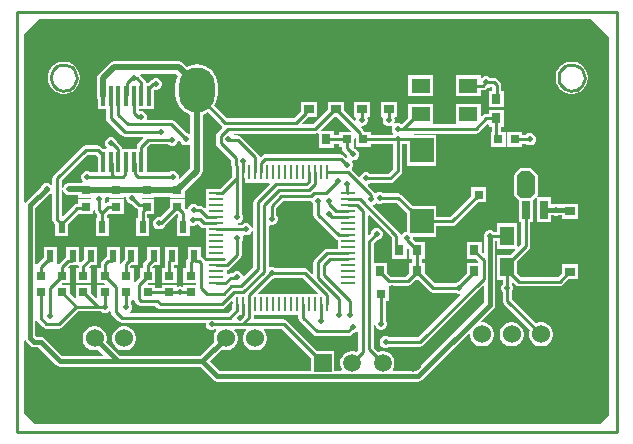
<source format=gtl>
G04*
G04 #@! TF.GenerationSoftware,Altium Limited,Altium Designer,21.8.1 (53)*
G04*
G04 Layer_Physical_Order=1*
G04 Layer_Color=255*
%FSLAX25Y25*%
%MOIN*%
G70*
G04*
G04 #@! TF.SameCoordinates,187DA05A-B4E4-4C7B-AEA6-211E795FDF11*
G04*
G04*
G04 #@! TF.FilePolarity,Positive*
G04*
G01*
G75*
%ADD11C,0.01000*%
%ADD18R,0.06299X0.04724*%
%ADD19R,0.07874X0.08268*%
%ADD20R,0.05000X0.01000*%
%ADD21R,0.01000X0.05000*%
%ADD22R,0.03543X0.03150*%
%ADD23R,0.04724X0.06496*%
%ADD24R,0.02646X0.06201*%
%ADD25R,0.03000X0.03000*%
%ADD26R,0.03000X0.03000*%
%ADD27R,0.03150X0.03543*%
%ADD28R,0.01575X0.06693*%
%ADD29R,0.02362X0.04213*%
%ADD30R,0.03347X0.02756*%
%ADD51C,0.02000*%
%ADD52C,0.01500*%
%ADD53C,0.06000*%
%ADD54R,0.06000X0.06000*%
%ADD55R,0.06000X0.05906*%
%ADD56R,0.05905X0.05905*%
%ADD57C,0.05906*%
%ADD58O,0.12000X0.15000*%
%ADD59C,0.02000*%
G36*
X53823Y118793D02*
X53501Y118192D01*
X53101Y116872D01*
X52966Y115500D01*
Y112500D01*
X53101Y111128D01*
X53501Y109808D01*
X54151Y108592D01*
X55026Y107526D01*
X56092Y106651D01*
X57308Y106001D01*
X57961Y105804D01*
Y99521D01*
X57461Y99267D01*
X56898Y99500D01*
X56663D01*
X52581Y103581D01*
X52085Y103913D01*
X51500Y104029D01*
X43713D01*
X43435Y104445D01*
X43500Y104602D01*
Y105398D01*
X43196Y106133D01*
X42633Y106695D01*
X41898Y107000D01*
X41238D01*
X40942Y107305D01*
X40869Y107445D01*
X40947Y107677D01*
X42389D01*
Y107677D01*
X45964D01*
Y113908D01*
X46102Y114000D01*
X46898D01*
X47633Y114304D01*
X48195Y114867D01*
X48500Y115602D01*
Y116398D01*
X48195Y117133D01*
X47633Y117695D01*
X46898Y118000D01*
X46102D01*
X45367Y117695D01*
X45103Y117432D01*
X45009Y117413D01*
X44512Y117081D01*
X43875Y116444D01*
X43637Y116407D01*
X43384Y116394D01*
X43077Y116733D01*
X43031Y116968D01*
X42699Y117464D01*
X41202Y118961D01*
X41364Y119437D01*
X41383Y119461D01*
X53155D01*
X53823Y118793D01*
D02*
G37*
G36*
X111504Y100462D02*
X111312Y100000D01*
X107500D01*
Y99029D01*
X105865D01*
Y100272D01*
X101626D01*
X101435Y100734D01*
X105823Y105122D01*
X106844D01*
X111504Y100462D01*
D02*
G37*
G36*
X54569Y96935D02*
X54804Y96367D01*
X55367Y95805D01*
X56102Y95500D01*
X56898D01*
X57461Y95733D01*
X57961Y95479D01*
Y87845D01*
X54416Y84300D01*
X53992Y84583D01*
X54000Y84602D01*
Y85398D01*
X53695Y86133D01*
X53133Y86695D01*
X52398Y87000D01*
X51602D01*
X50867Y86695D01*
X50701Y86529D01*
X43406D01*
Y94322D01*
X43406D01*
X43462Y94799D01*
X44555Y95893D01*
X50623D01*
X50789Y95726D01*
X51524Y95422D01*
X52320D01*
X53055Y95726D01*
X53617Y96289D01*
X53835Y96814D01*
X54330Y97024D01*
X54422Y97024D01*
X54569Y96935D01*
D02*
G37*
G36*
X197500Y131500D02*
Y5500D01*
X194500Y2500D01*
X6000D01*
X2500Y6000D01*
Y30408D01*
X3000Y30560D01*
X3238Y30203D01*
X4703Y28738D01*
X4703Y28738D01*
X5282Y28352D01*
X5965Y28216D01*
X7297D01*
X13274Y22238D01*
X13853Y21851D01*
X14536Y21716D01*
X14536Y21716D01*
X33689D01*
X33689Y21716D01*
X33689Y21716D01*
X61230D01*
X65660Y17285D01*
X66239Y16898D01*
X66922Y16763D01*
X66922Y16763D01*
X133850D01*
X134532Y16898D01*
X135111Y17285D01*
X150657Y32832D01*
X151157Y32625D01*
Y31973D01*
X151430Y30956D01*
X151957Y30044D01*
X152701Y29299D01*
X153613Y28773D01*
X154631Y28500D01*
X155684D01*
X156701Y28773D01*
X157614Y29299D01*
X158358Y30044D01*
X158885Y30956D01*
X159158Y31973D01*
Y33027D01*
X158885Y34044D01*
X158358Y34956D01*
X157614Y35701D01*
X156701Y36227D01*
X155684Y36500D01*
X155033D01*
X154826Y37000D01*
X159011Y41185D01*
X159011Y41185D01*
X159398Y41764D01*
X159534Y42447D01*
Y63721D01*
X160226D01*
Y61003D01*
X166013D01*
X166204Y60541D01*
X164788Y59125D01*
X160226D01*
Y50629D01*
X162059D01*
Y49388D01*
X161804Y49133D01*
X161500Y48398D01*
Y47602D01*
X161804Y46867D01*
X162059Y46612D01*
Y43754D01*
X162176Y43169D01*
X162507Y42673D01*
X171123Y34057D01*
X171115Y34044D01*
X170843Y33027D01*
Y31973D01*
X171115Y30956D01*
X171642Y30044D01*
X172387Y29299D01*
X173299Y28773D01*
X174316Y28500D01*
X175369D01*
X176386Y28773D01*
X177299Y29299D01*
X178043Y30044D01*
X178570Y30956D01*
X178842Y31973D01*
Y33027D01*
X178570Y34044D01*
X178043Y34956D01*
X177299Y35701D01*
X176386Y36227D01*
X175369Y36500D01*
X174316D01*
X173299Y36227D01*
X173285Y36220D01*
X165118Y44387D01*
Y46790D01*
X165196Y46867D01*
X165500Y47602D01*
Y48398D01*
X165196Y49133D01*
X165145Y49183D01*
X165186Y49580D01*
X165653Y49764D01*
X166369Y49047D01*
X166866Y48716D01*
X167451Y48599D01*
X181013D01*
X181598Y48716D01*
X182094Y49047D01*
X183891Y50844D01*
X187272D01*
Y55994D01*
X181728D01*
Y53007D01*
X180379Y51658D01*
X168084D01*
X166951Y52792D01*
Y56962D01*
X170827Y60839D01*
X171159Y61335D01*
X171275Y61920D01*
Y69974D01*
X172069D01*
Y77295D01*
X172829Y78056D01*
X173329Y77849D01*
X173329Y77848D01*
X173329Y77810D01*
Y69974D01*
X177975D01*
Y72290D01*
X178870D01*
X179391Y72075D01*
X180187D01*
X180707Y72290D01*
X181728D01*
Y70925D01*
X187272D01*
Y76075D01*
X181728D01*
Y75859D01*
X180707D01*
X180187Y76075D01*
X179391D01*
X178870Y75859D01*
X177975D01*
Y78175D01*
X173656Y78175D01*
X173656Y78175D01*
X173637Y78221D01*
X173449Y78675D01*
X173467Y78693D01*
X173688Y79024D01*
X173766Y79414D01*
Y85414D01*
X173688Y85805D01*
X173467Y86135D01*
X171967Y87635D01*
X171636Y87856D01*
X171246Y87934D01*
X168246D01*
X167856Y87856D01*
X167525Y87635D01*
X166025Y86135D01*
X165804Y85805D01*
X165726Y85414D01*
Y79414D01*
X165804Y79024D01*
X166025Y78693D01*
X167423Y77295D01*
Y69974D01*
X168217D01*
Y62554D01*
X167413Y61750D01*
X166951Y61941D01*
Y69499D01*
X160226D01*
Y66780D01*
X159048D01*
X158882Y66946D01*
X158147Y67251D01*
X157351D01*
X156616Y66946D01*
X156054Y66384D01*
X155749Y65649D01*
Y64853D01*
X155965Y64332D01*
Y59736D01*
X155503Y59544D01*
X155156Y59891D01*
Y63272D01*
X150006D01*
Y57728D01*
X152993D01*
X153950Y56772D01*
X153743Y56272D01*
X150006D01*
Y52891D01*
X147115Y50000D01*
X147102D01*
X146367Y49696D01*
X146201Y49529D01*
X139437D01*
X136075Y52891D01*
Y56272D01*
X135029D01*
Y57728D01*
X136075D01*
Y63272D01*
X133088D01*
X132000Y64360D01*
Y64898D01*
X132105Y65055D01*
X139937D01*
Y68660D01*
X145189D01*
X145774Y68776D01*
X146270Y69108D01*
X153663Y76500D01*
X156500D01*
Y81500D01*
X151500D01*
Y78663D01*
X144555Y71718D01*
X139937D01*
Y75323D01*
X132029D01*
X128270Y79081D01*
X127774Y79413D01*
X127189Y79529D01*
X122299D01*
X122133Y79695D01*
X121398Y80000D01*
X120602D01*
X119884Y79703D01*
X119826Y79685D01*
X119264Y79799D01*
X119064Y80099D01*
X117114Y82048D01*
X117232Y82638D01*
X117633Y82805D01*
X117799Y82971D01*
X124500D01*
X125085Y83087D01*
X125581Y83419D01*
X128081Y85919D01*
X128413Y86415D01*
X128529Y87000D01*
Y95971D01*
X130063D01*
Y88677D01*
X139937D01*
Y98945D01*
X132303D01*
X132278Y98971D01*
X132487Y99471D01*
X153133D01*
X153718Y99587D01*
X154215Y99919D01*
X156844Y102548D01*
X157344Y102341D01*
Y101728D01*
X158389D01*
Y100000D01*
X158000D01*
Y95000D01*
X163000D01*
Y100000D01*
X161448D01*
Y101728D01*
X162494D01*
Y107272D01*
X157344D01*
Y106029D01*
X156633D01*
X156048Y105913D01*
X155552Y105581D01*
X155112Y105141D01*
X154650Y105333D01*
Y109362D01*
X146350D01*
Y102638D01*
X145895Y102529D01*
X139357D01*
X138902Y102638D01*
Y109362D01*
X130602D01*
Y104801D01*
X128331Y102529D01*
X128299D01*
X128133Y102696D01*
X127398Y103000D01*
X126602D01*
X126227Y102845D01*
X125845Y103227D01*
X126000Y103602D01*
Y104398D01*
X125872Y104706D01*
X126150Y105122D01*
X126673D01*
Y109878D01*
X121327D01*
Y105122D01*
X121850D01*
X122128Y104706D01*
X122000Y104398D01*
Y103602D01*
X122304Y102867D01*
X122867Y102304D01*
X123602Y102000D01*
X124398D01*
X124773Y102155D01*
X125155Y101772D01*
X125000Y101398D01*
Y100602D01*
X125304Y99867D01*
X125595Y99577D01*
X125637Y99517D01*
X125435Y99029D01*
X118000D01*
Y100000D01*
X115955D01*
X115913Y100214D01*
X115581Y100710D01*
X114792Y101500D01*
X114999Y102000D01*
X115398D01*
X116133Y102304D01*
X116695Y102867D01*
X117000Y103602D01*
Y104398D01*
X116872Y104706D01*
X117150Y105122D01*
X117840D01*
Y109878D01*
X112493D01*
Y105122D01*
X112850D01*
X113128Y104706D01*
X113000Y104398D01*
Y103999D01*
X112500Y103791D01*
X109007Y107285D01*
Y109878D01*
X103660D01*
Y107285D01*
X98905Y102529D01*
X95346D01*
X95154Y102991D01*
X97285Y105122D01*
X100173D01*
Y109878D01*
X94827D01*
Y106990D01*
X92366Y104529D01*
X70134D01*
X65926Y108737D01*
X66499Y109808D01*
X66899Y111128D01*
X67034Y112500D01*
Y115500D01*
X66899Y116872D01*
X66499Y118192D01*
X65848Y119408D01*
X64974Y120474D01*
X63908Y121349D01*
X62692Y121999D01*
X61372Y122399D01*
X60000Y122534D01*
X58628Y122399D01*
X57308Y121999D01*
X56707Y121677D01*
X55442Y122942D01*
X54780Y123384D01*
X54000Y123539D01*
X32500D01*
X31720Y123384D01*
X31058Y122942D01*
X27381Y119265D01*
X26939Y118603D01*
X26783Y117823D01*
Y112024D01*
X26939Y111244D01*
X27035Y111099D01*
Y107678D01*
X29594D01*
Y107678D01*
X29852D01*
Y104618D01*
X29969Y104033D01*
X30300Y103537D01*
X34919Y98919D01*
X35415Y98587D01*
X36000Y98471D01*
X42154D01*
X42346Y98009D01*
X40537Y96200D01*
X40205Y95704D01*
X40089Y95118D01*
Y94322D01*
X38288D01*
Y94323D01*
X35729D01*
Y94323D01*
X35349D01*
X35268Y94730D01*
X34936Y95226D01*
X34150Y96013D01*
X34035Y96090D01*
X33475Y96650D01*
X33195Y97324D01*
X32633Y97887D01*
X31898Y98191D01*
X31102D01*
X30367Y97887D01*
X29805Y97324D01*
X29500Y96589D01*
Y95793D01*
X29805Y95058D01*
X30040Y94823D01*
X29833Y94323D01*
X28840D01*
X28081Y95081D01*
X27585Y95413D01*
X27000Y95529D01*
X23000D01*
X22415Y95413D01*
X21919Y95081D01*
X12419Y85581D01*
X12087Y85085D01*
X11971Y84500D01*
Y82565D01*
X11471Y82358D01*
X11133Y82696D01*
X10398Y83000D01*
X9602D01*
X8867Y82696D01*
X8304Y82133D01*
X8089Y81612D01*
X3238Y76762D01*
X3000Y76405D01*
X2500Y76557D01*
Y132500D01*
X7500Y137500D01*
X191500D01*
X197500Y131500D01*
D02*
G37*
G36*
X100716Y99382D02*
Y94728D01*
X105865D01*
Y95971D01*
X107500D01*
Y95000D01*
X108471D01*
Y94500D01*
X108587Y93915D01*
X108919Y93419D01*
X110000Y92337D01*
Y92102D01*
X110164Y91706D01*
X109740Y91423D01*
X109081Y92081D01*
X108585Y92413D01*
X108000Y92529D01*
X82879D01*
X82293Y92413D01*
X81797Y92081D01*
X81485Y91770D01*
X80943Y91934D01*
X80913Y92085D01*
X80581Y92581D01*
X74773Y98390D01*
X74277Y98722D01*
X73691Y98838D01*
X72344D01*
X72256Y98971D01*
X72523Y99471D01*
X99538D01*
X100123Y99587D01*
X100216Y99649D01*
X100716Y99382D01*
D02*
G37*
G36*
X27036Y91801D02*
Y86659D01*
X24669D01*
X24633Y86695D01*
X23898Y87000D01*
X23102D01*
X22367Y86695D01*
X21804Y86133D01*
X21500Y85398D01*
Y84602D01*
X21804Y83867D01*
X22132Y83539D01*
X21925Y83039D01*
X17500D01*
X17303Y83000D01*
X17102D01*
X16917Y82923D01*
X16720Y82884D01*
X16553Y82772D01*
X16367Y82696D01*
X16225Y82553D01*
X16058Y82442D01*
X15947Y82275D01*
X15804Y82133D01*
X15728Y81947D01*
X15616Y81780D01*
X15577Y81583D01*
X15500Y81398D01*
X15029Y81469D01*
Y83867D01*
X23633Y92471D01*
X26366D01*
X27036Y91801D01*
D02*
G37*
G36*
X113000Y95000D02*
X118000D01*
Y95971D01*
X125471D01*
Y87634D01*
X123866Y86029D01*
X117799D01*
X117633Y86195D01*
X116898Y86500D01*
X116102D01*
X115367Y86195D01*
X114804Y85633D01*
X114638Y85232D01*
X114049Y85114D01*
X111849Y87314D01*
X111696Y87867D01*
X112000Y88602D01*
Y89398D01*
X111751Y90000D01*
X111928Y90384D01*
X112036Y90500D01*
X112398D01*
X113133Y90804D01*
X113696Y91367D01*
X114000Y92102D01*
Y92898D01*
X113696Y93633D01*
X113133Y94195D01*
X112613Y94411D01*
X112551Y94521D01*
X112500Y95000D01*
X112500D01*
Y97758D01*
X113000Y97980D01*
Y95000D01*
D02*
G37*
G36*
X76000Y84676D02*
Y83000D01*
X84184D01*
X84375Y82538D01*
X79419Y77581D01*
X79087Y77085D01*
X78971Y76500D01*
Y67969D01*
X78500Y67898D01*
X78196Y68633D01*
X77633Y69195D01*
X76898Y69500D01*
X76102D01*
X75367Y69195D01*
X75201Y69029D01*
X73969D01*
X73898Y69500D01*
X74633Y69805D01*
X75195Y70367D01*
X75500Y71102D01*
Y71898D01*
X75195Y72633D01*
X75029Y72799D01*
Y84670D01*
X75416Y84987D01*
X75500Y84971D01*
X75613Y84993D01*
X76000Y84676D01*
D02*
G37*
G36*
X68419Y101919D02*
X68571Y101816D01*
X68620Y101319D01*
X66919Y99617D01*
X66587Y99121D01*
X66471Y98536D01*
Y96268D01*
X66587Y95683D01*
X66919Y95186D01*
X71556Y90548D01*
Y88914D01*
X71673Y88329D01*
X71971Y87883D01*
Y85133D01*
X67866Y81029D01*
X66500D01*
X66352Y81000D01*
X63000D01*
Y78000D01*
Y74695D01*
X62538Y74503D01*
X62151Y74890D01*
X61655Y75222D01*
X61070Y75338D01*
X60490D01*
X60133Y75696D01*
X59398Y76000D01*
X58602D01*
X57867Y75696D01*
X57305Y75133D01*
X57000Y74398D01*
Y74355D01*
X56818Y74236D01*
X56500Y74163D01*
X56000Y74663D01*
Y77500D01*
X51000D01*
Y74663D01*
X47837Y71500D01*
X47102D01*
X46367Y71196D01*
X45805Y70633D01*
X45500Y69898D01*
Y69102D01*
X45805Y68367D01*
X46367Y67804D01*
X47102Y67500D01*
X47898D01*
X48633Y67804D01*
X49196Y68367D01*
X49313Y68650D01*
X53163Y72500D01*
X53837D01*
X53971Y72366D01*
Y71469D01*
X53319D01*
Y65256D01*
X57681D01*
Y68553D01*
X58097Y68831D01*
X58334Y68732D01*
X59130D01*
X59865Y69037D01*
X60223Y69394D01*
X60493D01*
X61469Y68419D01*
X61965Y68087D01*
X62550Y67971D01*
X63000D01*
Y66000D01*
Y62000D01*
Y58000D01*
X69630D01*
X69837Y57500D01*
X69367Y57029D01*
X66500D01*
X66352Y57000D01*
X63000D01*
X62687Y57370D01*
X62581Y57528D01*
X61996Y58113D01*
X61500Y58445D01*
X61421Y58460D01*
Y61745D01*
X57059D01*
Y57695D01*
X56919Y57554D01*
X56587Y57058D01*
X56471Y56473D01*
Y54500D01*
X55500D01*
Y49500D01*
X59971D01*
Y49000D01*
X55500D01*
Y48701D01*
X55084Y48423D01*
X54898Y48500D01*
X54102D01*
X53857Y48399D01*
X53357Y48733D01*
Y49000D01*
X48357D01*
Y48029D01*
X46214D01*
Y49000D01*
X44061D01*
X43825Y49441D01*
X43865Y49500D01*
X46214D01*
Y54500D01*
X45244D01*
Y55054D01*
X45722Y55532D01*
X47921D01*
Y61745D01*
X43559D01*
Y57695D01*
X42633Y56769D01*
X42301Y56272D01*
X42185Y55687D01*
Y54500D01*
X41214D01*
Y51663D01*
X39633Y50081D01*
X39571Y49990D01*
X39071Y50141D01*
Y54500D01*
X37969D01*
Y55259D01*
X38242Y55532D01*
X40441D01*
Y61745D01*
X36079D01*
Y57695D01*
X35358Y56974D01*
X35026Y56478D01*
X34921Y55950D01*
X34421Y55999D01*
Y61745D01*
X30059D01*
Y58447D01*
X30049Y58445D01*
X29553Y58113D01*
X28488Y57049D01*
X28157Y56553D01*
X28040Y55968D01*
Y54500D01*
X26929D01*
Y49500D01*
X29278D01*
X29318Y49441D01*
X29082Y49000D01*
X26929D01*
Y44673D01*
X26467Y44482D01*
X24786Y46163D01*
Y49000D01*
X19786D01*
Y44673D01*
X19324Y44482D01*
X17643Y46163D01*
Y49000D01*
X15489D01*
X15254Y49441D01*
X15293Y49500D01*
X17643D01*
Y54500D01*
X17459D01*
X17268Y54962D01*
X17808Y55503D01*
X18059D01*
X18207Y55532D01*
X20516D01*
X20756Y55239D01*
Y54500D01*
X19786D01*
Y49500D01*
X24786D01*
Y54500D01*
X24417D01*
X24210Y55000D01*
X24742Y55532D01*
X26941D01*
Y61745D01*
X22579D01*
Y57695D01*
X21421Y56537D01*
X20921Y56745D01*
Y61745D01*
X16559D01*
Y58425D01*
X16093Y58113D01*
X14061Y56081D01*
X13941Y55901D01*
X13441Y56053D01*
Y61745D01*
X9079D01*
Y58199D01*
X8951Y58113D01*
X6919Y56081D01*
X6784Y55880D01*
X6284Y56032D01*
Y74761D01*
X10612Y79089D01*
X11133Y79304D01*
X11471Y79642D01*
X11971Y79435D01*
Y70788D01*
X12087Y70203D01*
X12419Y69706D01*
X12819Y69306D01*
Y65256D01*
X17181D01*
Y69306D01*
X20117Y72242D01*
X20500Y72500D01*
Y72500D01*
X20500Y72500D01*
X25500D01*
Y73803D01*
X26000Y73852D01*
X26087Y73415D01*
X26419Y72919D01*
X26971Y72366D01*
Y71469D01*
X26319D01*
Y65256D01*
X30681D01*
Y71469D01*
X30029D01*
Y72275D01*
X30434Y72596D01*
X30667Y72500D01*
Y72500D01*
X35667D01*
Y77500D01*
X30667D01*
Y76529D01*
X30500D01*
X29915Y76413D01*
X29695Y76266D01*
X29291Y76597D01*
X29500Y77102D01*
Y77898D01*
X29439Y78045D01*
X29717Y78461D01*
X30667D01*
Y78000D01*
X35667D01*
Y78461D01*
X36458D01*
X36500Y78398D01*
Y77602D01*
X36805Y76867D01*
X37367Y76305D01*
X38102Y76000D01*
X38337D01*
X39838Y74499D01*
X40334Y74168D01*
X40561Y74123D01*
X40471Y73667D01*
Y71469D01*
X39819D01*
Y65256D01*
X44181D01*
Y71469D01*
X43529D01*
Y72500D01*
X45833D01*
Y77500D01*
X41613D01*
X41880Y78000D01*
X45833D01*
Y78461D01*
X51000D01*
Y78000D01*
X56000D01*
Y80116D01*
X61442Y85558D01*
X61884Y86220D01*
X62039Y87000D01*
X62039Y87000D01*
Y105804D01*
X62692Y106001D01*
X63763Y106574D01*
X68419Y101919D01*
D02*
G37*
G36*
X172746Y85414D02*
Y79414D01*
X171246Y77914D01*
X168246D01*
X166746Y79414D01*
Y85414D01*
X168246Y86914D01*
X171246D01*
X172746Y85414D01*
D02*
G37*
G36*
X130063Y72963D02*
Y66500D01*
X129602D01*
X128867Y66195D01*
X128474Y65803D01*
X127935Y65949D01*
X127919Y66029D01*
X127588Y66525D01*
X118871Y75242D01*
X118968Y75732D01*
X119125Y75797D01*
X119688Y76360D01*
X120157Y76184D01*
X120602Y76000D01*
X121398D01*
X122133Y76305D01*
X122299Y76471D01*
X126556D01*
X130063Y72963D01*
D02*
G37*
G36*
X15577Y80417D02*
X15616Y80220D01*
X15728Y80053D01*
X15804Y79867D01*
X15947Y79725D01*
X16058Y79558D01*
X16225Y79447D01*
X16367Y79304D01*
X16553Y79228D01*
X16720Y79116D01*
X16917Y79077D01*
X17102Y79000D01*
X17303D01*
X17500Y78961D01*
X20500D01*
Y78000D01*
X24664D01*
X24997Y77628D01*
X24983Y77500D01*
X20500D01*
Y76029D01*
X20212D01*
X19627Y75913D01*
X19131Y75581D01*
X15491Y71942D01*
X15029Y72133D01*
Y80531D01*
X15500Y80602D01*
X15577Y80417D01*
D02*
G37*
G36*
X98500Y76789D02*
Y76602D01*
X98804Y75867D01*
X98971Y75701D01*
Y72379D01*
X99087Y71793D01*
X99419Y71297D01*
X106297Y64419D01*
X106793Y64087D01*
X107000Y64046D01*
Y61029D01*
X103500D01*
X102915Y60913D01*
X102419Y60581D01*
X99419Y57581D01*
X99087Y57085D01*
X98971Y56500D01*
Y52967D01*
X98509Y52776D01*
X97203Y54081D01*
X96707Y54413D01*
X96121Y54529D01*
X86299D01*
X86133Y54695D01*
X85398Y55000D01*
X84602D01*
X84445Y54935D01*
X84029Y55213D01*
Y68787D01*
X84445Y69065D01*
X84602Y69000D01*
X85398D01*
X86133Y69305D01*
X86695Y69867D01*
X87000Y70602D01*
Y71398D01*
X86695Y72133D01*
X86529Y72299D01*
Y74710D01*
X88790Y76971D01*
X98278D01*
X98500Y76789D01*
D02*
G37*
G36*
X78971Y67031D02*
Y54912D01*
X75962Y51903D01*
X75427Y52075D01*
X75195Y52633D01*
X74633Y53196D01*
X73898Y53500D01*
X73102D01*
X72367Y53196D01*
X72010Y52838D01*
X71430D01*
X70845Y52722D01*
X70500Y52491D01*
X70000Y52700D01*
Y53971D01*
X70585Y54087D01*
X71081Y54419D01*
X74581Y57919D01*
X74913Y58415D01*
X75029Y59000D01*
Y63201D01*
X75195Y63367D01*
X75500Y64102D01*
Y64898D01*
X75345Y65272D01*
X75727Y65655D01*
X76102Y65500D01*
X76898D01*
X77633Y65804D01*
X78196Y66367D01*
X78500Y67102D01*
X78971Y67031D01*
D02*
G37*
G36*
X124977Y64810D02*
Y61575D01*
X125006Y61427D01*
Y57728D01*
X130156D01*
Y61120D01*
X130616Y61321D01*
X130925Y61070D01*
Y57728D01*
X131971D01*
Y56272D01*
X130925D01*
Y52891D01*
X129792Y51758D01*
X124708D01*
X123575Y52891D01*
Y56272D01*
X119029D01*
Y62866D01*
X120163Y64000D01*
X120398D01*
X121133Y64305D01*
X121695Y64867D01*
X122000Y65602D01*
Y66398D01*
X121695Y67133D01*
X121133Y67695D01*
X120398Y68000D01*
X119602D01*
X118867Y67695D01*
X118305Y67133D01*
X118000Y66398D01*
Y66163D01*
X117491Y65654D01*
X117029Y65846D01*
Y72104D01*
X117491Y72295D01*
X124977Y64810D01*
D02*
G37*
G36*
X100496Y46462D02*
X100305Y46000D01*
X80695D01*
X80503Y46462D01*
X85042Y51000D01*
X85398D01*
X86133Y51305D01*
X86299Y51471D01*
X95488D01*
X100496Y46462D01*
D02*
G37*
G36*
X39071Y44000D02*
X39405Y43638D01*
X39633Y43297D01*
X40512Y42419D01*
X41008Y42087D01*
X41593Y41971D01*
X45836D01*
X46278Y42059D01*
X46919Y41419D01*
X47415Y41087D01*
X48000Y40971D01*
X68379D01*
X68964Y41087D01*
X69460Y41419D01*
X71538Y43497D01*
X72000Y43305D01*
Y42648D01*
X71971Y42500D01*
Y41133D01*
X70367Y39529D01*
X38065D01*
X37858Y40029D01*
X38195Y40367D01*
X38500Y41102D01*
Y41898D01*
X38195Y42633D01*
X38029Y42799D01*
Y43646D01*
X38383Y44000D01*
X39071Y44000D01*
D02*
G37*
G36*
X28367Y39805D02*
X29102Y39500D01*
X29898D01*
X30633Y39805D01*
X30971Y40142D01*
X31324Y40042D01*
X31481Y39946D01*
X31587Y39415D01*
X31919Y38919D01*
X33919Y36919D01*
X34415Y36587D01*
X35000Y36471D01*
X62951D01*
X63000Y36398D01*
Y35602D01*
X63305Y34867D01*
X63867Y34304D01*
X64602Y34000D01*
X65398D01*
X66133Y34304D01*
X66366Y34261D01*
X66533Y33721D01*
X66457Y33645D01*
X65930Y32733D01*
X65658Y31715D01*
Y30662D01*
X65858Y29913D01*
X61230Y25284D01*
X34428D01*
X29799Y29913D01*
X30000Y30662D01*
Y31715D01*
X29727Y32733D01*
X29201Y33645D01*
X28456Y34389D01*
X27544Y34916D01*
X26527Y35189D01*
X25473D01*
X24456Y34916D01*
X23544Y34389D01*
X22799Y33645D01*
X22273Y32733D01*
X22000Y31715D01*
Y30662D01*
X22273Y29645D01*
X22799Y28733D01*
X23544Y27988D01*
X24456Y27461D01*
X25473Y27189D01*
X26527D01*
X27276Y27389D01*
X28919Y25746D01*
X28728Y25284D01*
X15275D01*
X9297Y31262D01*
X8718Y31648D01*
X8036Y31784D01*
X6703D01*
X6284Y32204D01*
Y36932D01*
X6784Y37084D01*
X6919Y36883D01*
X8883Y34919D01*
X9379Y34587D01*
X9965Y34471D01*
X14260D01*
X14845Y34587D01*
X15342Y34919D01*
X20585Y40162D01*
X28010D01*
X28367Y39805D01*
D02*
G37*
G36*
X137722Y46919D02*
X138218Y46587D01*
X138803Y46471D01*
X146201D01*
X146367Y46305D01*
X147102Y46000D01*
X147679D01*
X147886Y45500D01*
X133915Y31529D01*
X124299D01*
X124133Y31696D01*
X123398Y32000D01*
X122602D01*
X121867Y31696D01*
X121305Y31133D01*
X121000Y30398D01*
Y29602D01*
X121305Y28867D01*
X121867Y28304D01*
X122602Y28000D01*
X123398D01*
X124133Y28304D01*
X124299Y28471D01*
X134549D01*
X135134Y28587D01*
X135630Y28919D01*
X155503Y48791D01*
X155965Y48600D01*
Y43186D01*
X133110Y20331D01*
X125606D01*
X125317Y20831D01*
X125689Y21474D01*
X125958Y22480D01*
Y23520D01*
X125689Y24526D01*
X125168Y25427D01*
X124432Y26163D01*
X123531Y26684D01*
X122525Y26953D01*
X121485D01*
X120483Y26685D01*
X119029Y28139D01*
Y35531D01*
X119500Y35602D01*
X119805Y34867D01*
X120367Y34304D01*
X121102Y34000D01*
X121898D01*
X122633Y34304D01*
X123196Y34867D01*
X123500Y35602D01*
Y36398D01*
X123196Y37133D01*
X123029Y37299D01*
Y43500D01*
X124000D01*
Y48213D01*
X124048Y48523D01*
X124418Y48699D01*
X130425D01*
X131010Y48815D01*
X131507Y49147D01*
X133088Y50728D01*
X133912D01*
X137722Y46919D01*
D02*
G37*
G36*
X98048Y24790D02*
Y20331D01*
X67661D01*
X64492Y23500D01*
X68382Y27389D01*
X69131Y27189D01*
X70184D01*
X71201Y27461D01*
X72114Y27988D01*
X72858Y28733D01*
X73385Y29645D01*
X73658Y30662D01*
Y31715D01*
X73385Y32733D01*
X72858Y33645D01*
X72532Y33971D01*
X72740Y34471D01*
X76418D01*
X76625Y33971D01*
X76299Y33645D01*
X75773Y32733D01*
X75500Y31715D01*
Y30662D01*
X75773Y29645D01*
X76299Y28733D01*
X77044Y27988D01*
X77956Y27461D01*
X78973Y27189D01*
X80027D01*
X81044Y27461D01*
X81956Y27988D01*
X82701Y28733D01*
X83227Y29645D01*
X83500Y30662D01*
Y31715D01*
X83227Y32733D01*
X82701Y33645D01*
X82375Y33971D01*
X82582Y34471D01*
X88367D01*
X98048Y24790D01*
D02*
G37*
G36*
X93971Y38000D02*
X94087Y37415D01*
X94419Y36919D01*
X98919Y32419D01*
X99415Y32087D01*
X100000Y31971D01*
X110500D01*
X111085Y32087D01*
X111581Y32419D01*
X112163Y33000D01*
X112398D01*
X113133Y33305D01*
X113471Y33642D01*
X113971Y33435D01*
Y27288D01*
X113367Y26685D01*
X112365Y26953D01*
X111325D01*
X110319Y26684D01*
X109418Y26163D01*
X108682Y25427D01*
X108161Y24526D01*
X107892Y23520D01*
Y22480D01*
X108161Y21474D01*
X108533Y20831D01*
X108244Y20331D01*
X105953D01*
Y26952D01*
X100210D01*
X90081Y37081D01*
X89585Y37413D01*
X89000Y37529D01*
X79412D01*
X79001Y38029D01*
X79029Y38172D01*
Y39000D01*
X93971D01*
Y38000D01*
D02*
G37*
%LPC*%
G36*
X185466Y123460D02*
X184613D01*
X184514Y123441D01*
X184414D01*
X183577Y123275D01*
X183484Y123236D01*
X183386Y123216D01*
X182598Y122890D01*
X182514Y122834D01*
X182422Y122796D01*
X181712Y122322D01*
X181641Y122251D01*
X181558Y122195D01*
X180955Y121592D01*
X180899Y121508D01*
X180828Y121437D01*
X180354Y120728D01*
X180315Y120635D01*
X180260Y120552D01*
X179933Y119764D01*
X179913Y119665D01*
X179875Y119572D01*
X179709Y118736D01*
Y118635D01*
X179689Y118537D01*
Y117684D01*
X179709Y117585D01*
Y117485D01*
X179875Y116648D01*
X179913Y116555D01*
X179933Y116457D01*
X180260Y115669D01*
X180315Y115585D01*
X180354Y115492D01*
X180828Y114783D01*
X180899Y114712D01*
X180955Y114629D01*
X181558Y114025D01*
X181641Y113970D01*
X181712Y113899D01*
X182422Y113425D01*
X182514Y113386D01*
X182598Y113330D01*
X183386Y113004D01*
X183484Y112984D01*
X183577Y112946D01*
X184414Y112779D01*
X184514D01*
X184613Y112760D01*
X185466D01*
X185564Y112779D01*
X185665D01*
X186502Y112946D01*
X186594Y112984D01*
X186693Y113004D01*
X187481Y113330D01*
X187564Y113386D01*
X187657Y113425D01*
X188366Y113899D01*
X188437Y113970D01*
X188521Y114025D01*
X189124Y114629D01*
X189180Y114712D01*
X189251Y114783D01*
X189725Y115492D01*
X189763Y115585D01*
X189819Y115669D01*
X190146Y116457D01*
X190165Y116555D01*
X190204Y116648D01*
X190370Y117485D01*
Y117585D01*
X190390Y117684D01*
Y118537D01*
X190370Y118635D01*
Y118736D01*
X190204Y119572D01*
X190165Y119665D01*
X190146Y119764D01*
X189819Y120552D01*
X189763Y120635D01*
X189725Y120728D01*
X189251Y121437D01*
X189180Y121508D01*
X189124Y121592D01*
X188521Y122195D01*
X188437Y122251D01*
X188366Y122322D01*
X187657Y122796D01*
X187564Y122834D01*
X187481Y122890D01*
X186693Y123216D01*
X186594Y123236D01*
X186502Y123275D01*
X185665Y123441D01*
X185564D01*
X185466Y123460D01*
D02*
G37*
G36*
X16175D02*
X15322D01*
X15223Y123441D01*
X15123D01*
X14286Y123275D01*
X14193Y123236D01*
X14095Y123216D01*
X13307Y122890D01*
X13223Y122834D01*
X13130Y122796D01*
X12421Y122322D01*
X12350Y122251D01*
X12266Y122195D01*
X11663Y121592D01*
X11607Y121508D01*
X11536Y121437D01*
X11062Y120728D01*
X11024Y120635D01*
X10968Y120552D01*
X10642Y119764D01*
X10622Y119665D01*
X10584Y119572D01*
X10417Y118736D01*
Y118635D01*
X10398Y118537D01*
Y117684D01*
X10417Y117585D01*
Y117485D01*
X10584Y116648D01*
X10622Y116555D01*
X10642Y116457D01*
X10968Y115669D01*
X11024Y115585D01*
X11062Y115492D01*
X11536Y114783D01*
X11607Y114712D01*
X11663Y114629D01*
X12266Y114025D01*
X12350Y113970D01*
X12421Y113899D01*
X13130Y113425D01*
X13223Y113386D01*
X13307Y113330D01*
X14095Y113004D01*
X14193Y112984D01*
X14286Y112946D01*
X15123Y112779D01*
X15223D01*
X15322Y112760D01*
X16175D01*
X16273Y112779D01*
X16374D01*
X17210Y112946D01*
X17303Y112984D01*
X17401Y113004D01*
X18190Y113330D01*
X18273Y113386D01*
X18366Y113425D01*
X19075Y113899D01*
X19146Y113970D01*
X19230Y114025D01*
X19833Y114629D01*
X19889Y114712D01*
X19960Y114783D01*
X20434Y115492D01*
X20472Y115585D01*
X20528Y115669D01*
X20854Y116457D01*
X20874Y116555D01*
X20912Y116648D01*
X21079Y117485D01*
Y117585D01*
X21098Y117684D01*
Y118537D01*
X21079Y118635D01*
Y118736D01*
X20912Y119572D01*
X20874Y119665D01*
X20854Y119764D01*
X20528Y120552D01*
X20472Y120635D01*
X20434Y120728D01*
X19960Y121437D01*
X19889Y121508D01*
X19833Y121592D01*
X19230Y122195D01*
X19146Y122251D01*
X19075Y122322D01*
X18366Y122796D01*
X18273Y122834D01*
X18190Y122890D01*
X17401Y123216D01*
X17303Y123236D01*
X17210Y123275D01*
X16374Y123441D01*
X16273D01*
X16175Y123460D01*
D02*
G37*
G36*
X138902Y118811D02*
X130602D01*
Y112087D01*
X138902D01*
Y118811D01*
D02*
G37*
G36*
X154650D02*
X146350D01*
Y112087D01*
X154650D01*
Y113919D01*
X155449D01*
X156034Y114036D01*
X156530Y114367D01*
X156663Y114500D01*
X156898D01*
X157633Y114804D01*
X157799Y114971D01*
X158367D01*
X158471Y114866D01*
Y113772D01*
X157396D01*
Y108228D01*
X162546D01*
Y113772D01*
X161529D01*
Y115500D01*
X161413Y116085D01*
X161081Y116581D01*
X160081Y117581D01*
X159585Y117913D01*
X159000Y118029D01*
X157799D01*
X157633Y118195D01*
X156898Y118500D01*
X156102D01*
X155367Y118195D01*
X155150Y117978D01*
X154650Y118185D01*
Y118811D01*
D02*
G37*
G36*
X168500Y100000D02*
X163500D01*
Y95000D01*
X168500D01*
Y95971D01*
X169701D01*
X169867Y95805D01*
X170602Y95500D01*
X171398D01*
X172133Y95805D01*
X172696Y96367D01*
X173000Y97102D01*
Y97898D01*
X172696Y98633D01*
X172133Y99195D01*
X171398Y99500D01*
X170602D01*
X169867Y99195D01*
X169701Y99029D01*
X168500D01*
Y100000D01*
D02*
G37*
G36*
X165527Y36500D02*
X164473D01*
X163456Y36227D01*
X162544Y35701D01*
X161799Y34956D01*
X161273Y34044D01*
X161000Y33027D01*
Y31973D01*
X161273Y30956D01*
X161799Y30044D01*
X162544Y29299D01*
X163456Y28773D01*
X164473Y28500D01*
X165527D01*
X166544Y28773D01*
X167456Y29299D01*
X168201Y30044D01*
X168727Y30956D01*
X169000Y31973D01*
Y33027D01*
X168727Y34044D01*
X168201Y34956D01*
X167456Y35701D01*
X166544Y36227D01*
X165527Y36500D01*
D02*
G37*
G36*
X53941Y61745D02*
X49579D01*
Y57597D01*
X49444Y57396D01*
X49328Y56810D01*
Y54500D01*
X48357D01*
Y49500D01*
X53357D01*
Y54500D01*
X52386D01*
Y55532D01*
X53941D01*
Y61745D01*
D02*
G37*
G36*
X36369Y35189D02*
X35316D01*
X34299Y34916D01*
X33386Y34389D01*
X32642Y33645D01*
X32115Y32733D01*
X31842Y31715D01*
Y30662D01*
X32115Y29645D01*
X32642Y28733D01*
X33386Y27988D01*
X34299Y27461D01*
X35316Y27189D01*
X36369D01*
X37386Y27461D01*
X38299Y27988D01*
X39043Y28733D01*
X39570Y29645D01*
X39843Y30662D01*
Y31715D01*
X39570Y32733D01*
X39043Y33645D01*
X38299Y34389D01*
X37386Y34916D01*
X36369Y35189D01*
D02*
G37*
%LPD*%
D11*
X22500Y81000D02*
X23000Y80500D01*
X13500Y70788D02*
Y84500D01*
Y70788D02*
X15000Y69288D01*
X13500Y84500D02*
X23000Y94000D01*
X15000Y68363D02*
Y69288D01*
X20212Y74500D01*
X27500Y74000D02*
X28500Y73000D01*
X27500Y74000D02*
Y77500D01*
X74121Y36000D02*
X75328D01*
X74500Y38000D02*
X75500Y39000D01*
X75328Y36000D02*
X77500Y38172D01*
X75328Y36000D02*
X89000D01*
X75500Y39000D02*
Y42500D01*
X77500Y38172D02*
Y45621D01*
X73500Y84500D02*
Y88500D01*
X75500Y86500D02*
Y90328D01*
X73086Y88914D02*
X73500Y88500D01*
X75500Y90328D02*
X75586Y90414D01*
X68000Y96268D02*
X73086Y91182D01*
Y88914D02*
Y91182D01*
X73691Y97309D02*
X79500Y91500D01*
Y86500D02*
Y91500D01*
X70691Y97309D02*
X73691D01*
X163589Y43754D02*
Y53991D01*
X96327Y106327D02*
Y106622D01*
X97205Y107500D01*
X97500D01*
X69500Y103000D02*
X93000D01*
X96327Y106327D01*
X60000Y112500D02*
X69500Y103000D01*
X68000Y98536D02*
X70464Y101000D01*
X99538D01*
X60000Y112500D02*
Y114000D01*
Y115500D01*
X38500Y118000D02*
X39000D01*
X36771Y116271D02*
X38500Y118000D01*
X40000D02*
X41618Y116382D01*
X39000Y118000D02*
X40000D01*
X41618Y112024D02*
Y116382D01*
X45594Y116000D02*
X46500D01*
X44177Y114583D02*
X45594Y116000D01*
X89000Y36000D02*
X102000Y23000D01*
X163589Y53991D02*
Y54877D01*
X147500Y48000D02*
Y48222D01*
X133500Y53303D02*
X138803Y48000D01*
X147500D01*
Y48222D02*
X152581Y53303D01*
X22500Y74500D02*
X23000Y75000D01*
X20212Y74500D02*
X22500D01*
X28823Y89976D02*
Y92535D01*
X28536Y92823D02*
X28823Y92535D01*
X28177Y92823D02*
X28536D01*
X23000Y94000D02*
X27000D01*
X28177Y92823D01*
X82500Y53450D02*
Y75672D01*
X88157Y78500D02*
X98278D01*
X85000Y75343D02*
X88157Y78500D01*
X86500Y82500D02*
X96621D01*
X80500Y54278D02*
Y76500D01*
X82500Y75672D02*
X87328Y80500D01*
X97450D01*
X85000Y71000D02*
Y75343D01*
X80500Y76500D02*
X86500Y82500D01*
X99538Y101000D02*
X106038Y107500D01*
X70500Y97500D02*
X70691Y97309D01*
X68000Y96268D02*
Y98536D01*
X106038Y107500D02*
X106333D01*
X110000Y79500D02*
Y82500D01*
Y79500D02*
X110500D01*
X117982Y77503D02*
Y79018D01*
X103500Y86500D02*
X110500D01*
X117982Y77503D02*
X117993Y77493D01*
X110500Y86500D02*
X117982Y79018D01*
X116500Y84500D02*
X124500D01*
X127000Y87000D02*
Y97500D01*
X124500Y84500D02*
X127000Y87000D01*
X99278Y79500D02*
X103000D01*
X107000Y83500D01*
X8000Y37964D02*
X9965Y36000D01*
X14260D01*
X19951Y41691D01*
X8000Y37964D02*
Y46500D01*
X11000Y38500D02*
Y47857D01*
X19951Y41691D02*
X27094D01*
X15143Y46500D02*
X19951Y41691D01*
X29309D02*
X29500Y41500D01*
X22286Y46500D02*
X27094Y41691D01*
X29309D01*
X36500Y46429D02*
X36571Y46500D01*
X36500Y41500D02*
Y46429D01*
X29429Y46500D02*
X29500Y46429D01*
Y41500D02*
Y46429D01*
X43714Y46500D02*
X50857D01*
X46832Y43668D02*
X48000Y42500D01*
X40714Y44379D02*
Y49000D01*
X41593Y43500D02*
X45836D01*
X46004Y43668D02*
X46832D01*
X40714Y49000D02*
X43714Y52000D01*
X40714Y44379D02*
X41593Y43500D01*
X45836D02*
X46004Y43668D01*
X50857Y46500D02*
X54500D01*
X58000D01*
X65000Y36000D02*
X74121D01*
X111000Y39035D02*
Y43778D01*
X107500Y39000D02*
Y44450D01*
X85000Y53000D02*
X96121D01*
X103500Y45621D01*
Y42500D02*
Y45621D01*
X102500Y52278D02*
Y55672D01*
Y52278D02*
X111000Y43778D01*
X100500Y51450D02*
Y56500D01*
Y51450D02*
X107500Y44450D01*
X124075Y50228D02*
X130425D01*
X133500Y53303D02*
Y53500D01*
X130425Y50228D02*
X133500Y53303D01*
X121000D02*
X124075Y50228D01*
X121000Y53303D02*
Y53500D01*
X152581Y53303D02*
Y53500D01*
X133500D02*
Y60500D01*
X130191Y64006D02*
Y64309D01*
X133500Y60500D02*
Y60697D01*
X130191Y64006D02*
X133500Y60697D01*
X130000Y64500D02*
X130191Y64309D01*
X127000Y97500D02*
X131508D01*
X115500D02*
X127000D01*
X167451Y50129D02*
X181013D01*
X163589Y55762D02*
X169746Y61920D01*
X163589Y54877D02*
Y55762D01*
X169746Y61920D02*
Y74075D01*
X181013Y50129D02*
X184303Y53419D01*
X184500D01*
X163589Y53991D02*
X167451Y50129D01*
X163589Y43754D02*
X174843Y32500D01*
X84879Y53000D02*
X85000D01*
X77500Y45621D02*
X84879Y53000D01*
X74722Y48500D02*
X80500Y54278D01*
X72379Y46500D02*
X75550D01*
X71550Y48500D02*
X74722D01*
X75550Y46500D02*
X82500Y53450D01*
X70000Y55500D02*
X73500Y59000D01*
Y64500D01*
X66500Y55500D02*
X70000D01*
X73500Y71500D02*
Y84500D01*
X66500Y79500D02*
X68500D01*
X73500Y84500D01*
X121000Y78000D02*
X127189D01*
X131508Y97500D02*
X135000Y94008D01*
Y93811D02*
Y94008D01*
X114500Y98500D02*
X115500Y97500D01*
X106629Y107500D02*
X114500Y99629D01*
Y98500D02*
Y99629D01*
X106333Y107500D02*
X106629D01*
X101500Y37000D02*
Y42500D01*
X95500Y38000D02*
X100000Y33500D01*
X110500D02*
X112000Y35000D01*
X100000Y33500D02*
X110500D01*
X95500Y38000D02*
Y42500D01*
X152581Y60303D02*
X155656Y57228D01*
X134549Y30000D02*
X155656Y51107D01*
X152581Y60303D02*
Y60500D01*
X155656Y51107D02*
Y57228D01*
X123000Y30000D02*
X134549D01*
X121500Y36000D02*
Y46000D01*
X111000Y39035D02*
X111018Y39018D01*
X115500Y26655D02*
Y73621D01*
X117500Y27505D02*
Y63500D01*
X111845Y23000D02*
X115500Y26655D01*
X117500Y63500D02*
X120000Y66000D01*
X113621Y75500D02*
X115500Y73621D01*
X117500Y27505D02*
X122005Y23000D01*
X11000Y47857D02*
X15143Y52000D01*
X69621Y49500D02*
X71430Y51309D01*
X66500Y49500D02*
X69621D01*
X71430Y51309D02*
X73309D01*
X73500Y51500D01*
X63500Y46000D02*
X69050D01*
X61500Y48000D02*
Y56446D01*
Y48000D02*
X63500Y46000D01*
X59921Y57032D02*
X60914D01*
X59240Y57713D02*
X59921Y57032D01*
X60914D02*
X61500Y56446D01*
X48000Y42500D02*
X68379D01*
X69050Y46000D02*
X71550Y48500D01*
X68379Y42500D02*
X72379Y46500D01*
X38500Y78000D02*
X40919Y75581D01*
X33031Y94931D02*
X33069D01*
X31500Y96191D02*
X31771D01*
X33031Y94931D01*
X33069D02*
X33855Y94145D01*
X23630Y85130D02*
X32533D01*
X23500Y85000D02*
X23630Y85130D01*
X35000Y38000D02*
X71000D01*
X73500Y40500D01*
Y42500D01*
X33000Y40000D02*
X35000Y38000D01*
X33000Y40000D02*
Y48429D01*
X29429Y52000D02*
X33000Y48429D01*
X33855Y90062D02*
X33941Y89976D01*
X33855Y90062D02*
Y94145D01*
X126506Y61575D02*
Y65443D01*
X114450Y77500D02*
X126506Y65443D01*
X66500Y67500D02*
X76500D01*
X98450Y81500D02*
X99500Y82550D01*
X98278Y78500D02*
X99278Y79500D01*
X97500Y83379D02*
Y86500D01*
X97450Y80500D02*
X98450Y81500D01*
X96621Y82500D02*
X97500Y83379D01*
X47500Y69500D02*
X47691Y69691D01*
X48191D02*
X53500Y75000D01*
X47691Y69691D02*
X48191D01*
X42752Y75581D02*
X43333Y75000D01*
X40919Y75581D02*
X42752D01*
X40500Y105000D02*
X41500D01*
X39059Y106441D02*
X40500Y105000D01*
X39059Y106441D02*
Y112024D01*
X31382Y104618D02*
X36000Y100000D01*
X37000Y102500D02*
X51500D01*
X33941Y105559D02*
X37000Y102500D01*
X51500D02*
X56500Y97500D01*
X36000Y100000D02*
X48000D01*
X33941Y105559D02*
Y112024D01*
X44177Y112024D02*
Y114583D01*
X104328Y57500D02*
X110500D01*
X102500Y55672D02*
X104328Y57500D01*
X100500Y56500D02*
X103500Y59500D01*
X110500D01*
Y75500D02*
X113621D01*
X110500Y77500D02*
X114450D01*
X99500Y82550D02*
Y86500D01*
X39331Y86008D02*
Y89704D01*
X39059Y89976D02*
X39331Y89704D01*
Y86008D02*
X40339Y85000D01*
X52000D01*
X59000Y74000D02*
X59191Y73809D01*
X61070D01*
X104000Y72500D02*
X104271D01*
X105271Y71500D02*
X110500D01*
X106535Y73500D02*
X110500D01*
X104191Y75844D02*
Y76809D01*
Y75844D02*
X106535Y73500D01*
X104271Y72500D02*
X105271Y71500D01*
X104000Y77000D02*
X104191Y76809D01*
X100500Y72379D02*
Y77000D01*
Y72379D02*
X107379Y65500D01*
X110500D01*
X60974Y70924D02*
X61050Y71000D01*
X58924Y70924D02*
X60974D01*
X58732Y70732D02*
X58924Y70924D01*
X36229Y89704D02*
X36500Y89976D01*
X36229Y86008D02*
Y89704D01*
X35350Y85130D02*
X36229Y86008D01*
X32533Y85130D02*
X35350D01*
X31654Y86008D02*
X32533Y85130D01*
X31654Y86008D02*
Y89705D01*
X31382Y89976D02*
X31654Y89705D01*
X36771Y112296D02*
Y116271D01*
X36500Y112024D02*
X36771Y112296D01*
X126506Y61575D02*
X127581Y60500D01*
X110000Y94500D02*
Y97500D01*
Y94500D02*
X112000Y92500D01*
X43922Y97422D02*
X51922D01*
X103291Y97303D02*
Y97500D01*
X81500Y89621D02*
X82879Y91000D01*
X108000D02*
X110000Y89000D01*
X82879Y91000D02*
X108000D01*
X31382Y104618D02*
Y112024D01*
X41618Y95118D02*
X43922Y97422D01*
X41618Y89976D02*
Y95118D01*
X124000Y104000D02*
Y107500D01*
X124000Y107500D02*
X124000Y107500D01*
X115000Y104000D02*
Y107333D01*
X115167Y107500D01*
X81500Y86500D02*
Y89621D01*
X127189Y78000D02*
X131366Y73823D01*
X135000Y70189D02*
Y70386D01*
X131563Y73823D02*
X135000Y70386D01*
X131366Y73823D02*
X131563D01*
X135000Y70189D02*
X145189D01*
X154000Y79000D01*
X103291Y97500D02*
X110000D01*
X157749Y65251D02*
X163589D01*
X183925Y74075D02*
X184500Y73500D01*
X166000Y97500D02*
X171000D01*
X159919Y98081D02*
Y104500D01*
Y98081D02*
X160500Y97500D01*
X153133Y101000D02*
X156633Y104500D01*
X159919D01*
X128965Y101000D02*
X153133D01*
X155449Y115449D02*
X156500Y116500D01*
X150500Y115449D02*
X155449D01*
X156500Y116500D02*
X159000D01*
X160000Y111029D02*
Y115500D01*
X159971Y111000D02*
X160000Y111029D01*
X159000Y116500D02*
X160000Y115500D01*
X127000Y101000D02*
X128965D01*
X133965Y106000D01*
X134752D01*
X62550Y69500D02*
X66500D01*
X63379Y71500D02*
X66500D01*
X61050Y71000D02*
X62550Y69500D01*
X61070Y73809D02*
X63379Y71500D01*
X55500Y68363D02*
Y73000D01*
X53500Y75000D02*
X55500Y73000D01*
X42000Y73667D02*
X43333Y75000D01*
X42000Y68363D02*
Y73667D01*
X30500Y75000D02*
X33167D01*
X28500Y73000D02*
X30500Y75000D01*
X28500Y68363D02*
Y73000D01*
X58000Y56473D02*
X59240Y57713D01*
Y58638D01*
X58000Y52000D02*
Y56473D01*
X50857Y52000D02*
Y56810D01*
X51760Y57713D01*
Y58638D01*
X43714Y52000D02*
Y55687D01*
X45740Y57713D01*
X36439Y52132D02*
Y55892D01*
X38260Y57713D01*
X29570Y55968D02*
X30634Y57032D01*
X31559D02*
X32240Y57713D01*
X29429Y52000D02*
X29570Y52141D01*
Y55968D01*
X30634Y57032D02*
X31559D01*
X32240Y57713D02*
Y58638D01*
X36439Y52132D02*
X36571Y52000D01*
X38260Y57713D02*
Y58638D01*
X45740Y57713D02*
Y58638D01*
X22286Y52000D02*
Y55239D01*
X24760Y57713D01*
Y58638D01*
X15143Y55000D02*
X17175Y57032D01*
X18059D01*
X18740Y57713D01*
Y58638D01*
X15143Y52000D02*
Y55000D01*
X8000D02*
X10032Y57032D01*
X10579D01*
X11260Y57713D02*
Y58638D01*
X8000Y52000D02*
Y55000D01*
X10579Y57032D02*
X11260Y57713D01*
X20079Y118110D02*
X19962Y119109D01*
X19618Y120054D01*
X19065Y120894D01*
X18334Y121584D01*
X17463Y122087D01*
X16500Y122375D01*
X15496Y122434D01*
X14506Y122259D01*
X13583Y121861D01*
X12776Y121260D01*
X12130Y120490D01*
X11678Y119591D01*
X11447Y118613D01*
Y117607D01*
X11678Y116629D01*
X12130Y115731D01*
X12776Y114960D01*
X13583Y114360D01*
X14506Y113962D01*
X15496Y113787D01*
X16500Y113845D01*
X17463Y114134D01*
X18334Y114637D01*
X19065Y115326D01*
X19618Y116167D01*
X19962Y117112D01*
X20079Y118110D01*
X189370D02*
X189253Y119109D01*
X188909Y120054D01*
X188357Y120894D01*
X187626Y121584D01*
X186755Y122087D01*
X185791Y122375D01*
X184788Y122434D01*
X183797Y122259D01*
X182874Y121861D01*
X182068Y121260D01*
X181421Y120490D01*
X180970Y119591D01*
X180738Y118613D01*
Y117607D01*
X180970Y116629D01*
X181421Y115731D01*
X182068Y114960D01*
X182874Y114360D01*
X183797Y113962D01*
X184788Y113787D01*
X185791Y113845D01*
X186755Y114134D01*
X187626Y114637D01*
X188357Y115326D01*
X188909Y116167D01*
X189253Y117112D01*
X189370Y118110D01*
X0Y0D02*
X200000D01*
X0Y140000D02*
X200000D01*
Y0D02*
Y140000D01*
X0Y0D02*
Y140000D01*
D18*
X134752Y115449D02*
D03*
X150500D02*
D03*
Y106000D02*
D03*
X134752D02*
D03*
D19*
X135000Y93811D02*
D03*
Y70189D02*
D03*
D20*
X66500Y67500D02*
D03*
Y79500D02*
D03*
Y77500D02*
D03*
Y75500D02*
D03*
Y73500D02*
D03*
Y71500D02*
D03*
Y69500D02*
D03*
Y65500D02*
D03*
X110500Y79500D02*
D03*
Y77500D02*
D03*
Y75500D02*
D03*
Y73500D02*
D03*
Y71500D02*
D03*
Y69500D02*
D03*
Y67500D02*
D03*
Y65500D02*
D03*
X66500Y63500D02*
D03*
Y61500D02*
D03*
Y59500D02*
D03*
Y57500D02*
D03*
Y55500D02*
D03*
Y53500D02*
D03*
Y51500D02*
D03*
Y49500D02*
D03*
X110500Y63500D02*
D03*
Y61500D02*
D03*
Y59500D02*
D03*
Y57500D02*
D03*
Y55500D02*
D03*
Y53500D02*
D03*
Y51500D02*
D03*
Y49500D02*
D03*
D21*
X73500Y86500D02*
D03*
X75500D02*
D03*
X77500D02*
D03*
X79500D02*
D03*
X81500D02*
D03*
X83500D02*
D03*
X85500D02*
D03*
X87500D02*
D03*
X89500D02*
D03*
X91500D02*
D03*
X93500D02*
D03*
X95500D02*
D03*
X97500D02*
D03*
X99500D02*
D03*
X101500D02*
D03*
X103500D02*
D03*
X73500Y42500D02*
D03*
X75500D02*
D03*
X77500D02*
D03*
X79500D02*
D03*
X81500D02*
D03*
X83500D02*
D03*
X85500D02*
D03*
X87500D02*
D03*
X89500D02*
D03*
X91500D02*
D03*
X93500D02*
D03*
X95500D02*
D03*
X97500D02*
D03*
X99500D02*
D03*
X101500D02*
D03*
X103500D02*
D03*
D22*
X184500Y53419D02*
D03*
Y60000D02*
D03*
Y73500D02*
D03*
Y66919D02*
D03*
D23*
X163589Y54877D02*
D03*
X175990D02*
D03*
X163589Y65251D02*
D03*
X175990D02*
D03*
D24*
X163841Y74075D02*
D03*
X169746D02*
D03*
X175652D02*
D03*
D25*
X154000Y79000D02*
D03*
Y84500D02*
D03*
X58000Y52000D02*
D03*
Y46500D02*
D03*
X43714Y52000D02*
D03*
Y46500D02*
D03*
X29429Y52000D02*
D03*
Y46500D02*
D03*
X15143Y52000D02*
D03*
Y46500D02*
D03*
X50857Y52000D02*
D03*
Y46500D02*
D03*
X8000D02*
D03*
Y52000D02*
D03*
X22286Y46500D02*
D03*
Y52000D02*
D03*
X33167Y80500D02*
D03*
Y75000D02*
D03*
X36571Y46500D02*
D03*
Y52000D02*
D03*
X43333Y80500D02*
D03*
Y75000D02*
D03*
X53500Y80500D02*
D03*
Y75000D02*
D03*
X23000Y80500D02*
D03*
Y75000D02*
D03*
D26*
X166000Y97500D02*
D03*
X160500D02*
D03*
X121500Y46000D02*
D03*
X127000D02*
D03*
X110000Y97500D02*
D03*
X115500D02*
D03*
D27*
X159919Y104500D02*
D03*
X166500D02*
D03*
X159971Y111000D02*
D03*
X166552D02*
D03*
X152581Y53500D02*
D03*
X146000D02*
D03*
X133500D02*
D03*
X140081D02*
D03*
X121000D02*
D03*
X127581D02*
D03*
X146000Y60500D02*
D03*
X152581D02*
D03*
X133500D02*
D03*
X140081D02*
D03*
X121000D02*
D03*
X127581D02*
D03*
X96709Y97500D02*
D03*
X103291D02*
D03*
D28*
X28823Y112024D02*
D03*
X31382Y112024D02*
D03*
X33941D02*
D03*
X36500Y112024D02*
D03*
X39059Y112024D02*
D03*
X41618D02*
D03*
X44177Y112024D02*
D03*
X44177Y89976D02*
D03*
X41618Y89976D02*
D03*
X39059D02*
D03*
X36500Y89976D02*
D03*
X33941Y89976D02*
D03*
X31382D02*
D03*
X28823Y89976D02*
D03*
D29*
X15000Y68363D02*
D03*
X18740Y58638D02*
D03*
X11260D02*
D03*
X42000Y68363D02*
D03*
X45740Y58638D02*
D03*
X38260D02*
D03*
X28500Y68363D02*
D03*
X32240Y58638D02*
D03*
X24760D02*
D03*
X55500Y68363D02*
D03*
X59240Y58638D02*
D03*
X51760D02*
D03*
D30*
X97500Y113294D02*
D03*
Y107500D02*
D03*
X106333Y113294D02*
D03*
Y107500D02*
D03*
X115167Y113294D02*
D03*
Y107500D02*
D03*
X124000Y113294D02*
D03*
Y107500D02*
D03*
D51*
X17500Y81000D02*
X22500D01*
X60000Y87000D02*
Y112500D01*
X32500Y121500D02*
X54000D01*
X60000Y115500D01*
X28823Y112024D02*
Y117823D01*
X32500Y121500D01*
X33167Y80500D02*
X43333D01*
X53500D01*
X23000D02*
X33167D01*
X53500D02*
X60000Y87000D01*
D52*
X4500Y75500D02*
X10000Y81000D01*
X4500Y31464D02*
Y75500D01*
X5965Y30000D02*
X8036D01*
X14536Y23500D01*
X4500Y31464D02*
X5965Y30000D01*
X14536Y23500D02*
X33689D01*
X61969D02*
X66922Y18547D01*
X133850D01*
X157749Y42447D01*
Y65251D01*
X33689Y23500D02*
X61969D01*
X69657Y31189D01*
X26000D02*
X33689Y23500D01*
X179789Y74075D02*
X183925D01*
X175652D02*
X179789D01*
D53*
X79500Y31189D02*
D03*
X69657D02*
D03*
X174843Y32500D02*
D03*
X165000D02*
D03*
X155157D02*
D03*
X26000Y31189D02*
D03*
X35842D02*
D03*
D54*
X59815D02*
D03*
X16158D02*
D03*
D55*
X184685Y32500D02*
D03*
D56*
X102000Y23000D02*
D03*
D57*
X111845D02*
D03*
X122005D02*
D03*
X132005D02*
D03*
D58*
X80000Y114000D02*
D03*
X60000D02*
D03*
D59*
X21000Y27000D02*
D03*
X17500Y81000D02*
D03*
X10000D02*
D03*
X27500Y77500D02*
D03*
X7000Y26000D02*
D03*
X61000Y63500D02*
D03*
X59500Y65500D02*
D03*
X74500Y38000D02*
D03*
X130500Y57000D02*
D03*
X124500D02*
D03*
X125000Y48000D02*
D03*
X86500Y97000D02*
D03*
X91000Y97500D02*
D03*
X48000Y88500D02*
D03*
Y91500D02*
D03*
X75586Y90414D02*
D03*
X8000Y33500D02*
D03*
X21500Y37500D02*
D03*
X53000Y28000D02*
D03*
Y33000D02*
D03*
X137000Y26500D02*
D03*
X127000D02*
D03*
X189500Y27000D02*
D03*
X190500Y31000D02*
D03*
X185500Y25500D02*
D03*
X180500Y26000D02*
D03*
X190500Y34500D02*
D03*
X188500Y38500D02*
D03*
X181500D02*
D03*
X189000Y63000D02*
D03*
Y60000D02*
D03*
Y66000D02*
D03*
X180500Y54500D02*
D03*
Y59500D02*
D03*
Y63500D02*
D03*
X128500Y110500D02*
D03*
Y114000D02*
D03*
X111000Y110500D02*
D03*
Y113500D02*
D03*
X102000Y110500D02*
D03*
Y113500D02*
D03*
X88000Y108500D02*
D03*
X89000Y120000D02*
D03*
X70500Y108500D02*
D03*
Y117000D02*
D03*
X163500Y48000D02*
D03*
X39000Y118000D02*
D03*
X46500Y116000D02*
D03*
X147500Y48000D02*
D03*
X70500Y97500D02*
D03*
X116500Y84500D02*
D03*
X110000Y82500D02*
D03*
X107000Y83500D02*
D03*
X11000Y38500D02*
D03*
X29500Y41500D02*
D03*
X36500D02*
D03*
X54500Y46500D02*
D03*
X65000Y36000D02*
D03*
X130000Y64500D02*
D03*
X127000Y97500D02*
D03*
X85000Y53000D02*
D03*
X73500Y64500D02*
D03*
Y71500D02*
D03*
X117993Y77493D02*
D03*
X121000Y78000D02*
D03*
X101500Y37000D02*
D03*
X123000Y30000D02*
D03*
X112000Y35000D02*
D03*
X121500Y36000D02*
D03*
X111018Y39018D02*
D03*
X107500Y39000D02*
D03*
X73500Y51500D02*
D03*
X38500Y78000D02*
D03*
X31500Y96191D02*
D03*
X23500Y85000D02*
D03*
X76500Y67500D02*
D03*
X85000Y71000D02*
D03*
X47500Y69500D02*
D03*
X41500Y105000D02*
D03*
X48000Y100000D02*
D03*
X100500Y77000D02*
D03*
X120000Y66000D02*
D03*
X52000Y85000D02*
D03*
X59000Y74000D02*
D03*
X104000Y72500D02*
D03*
X58732Y70732D02*
D03*
X56500Y97500D02*
D03*
X112000Y92500D02*
D03*
X51922Y97422D02*
D03*
X124000Y104000D02*
D03*
X115000D02*
D03*
X104000Y77000D02*
D03*
X110000Y89000D02*
D03*
X157749Y65251D02*
D03*
X179789Y74075D02*
D03*
X171000Y97500D02*
D03*
X127000Y101000D02*
D03*
X156500Y116500D02*
D03*
M02*

</source>
